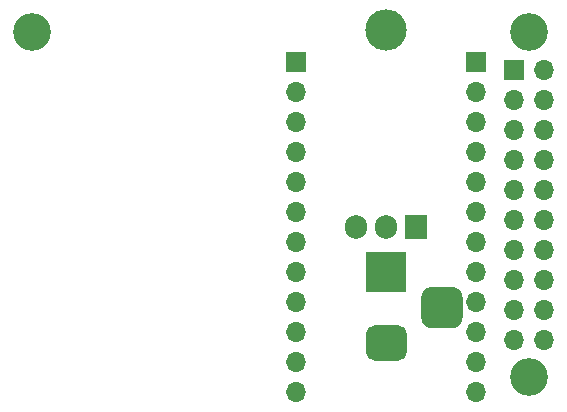
<source format=gbr>
%TF.GenerationSoftware,KiCad,Pcbnew,(5.1.9)-1*%
%TF.CreationDate,2021-08-18T17:12:04+10:00*%
%TF.ProjectId,i2c-master,6932632d-6d61-4737-9465-722e6b696361,rev?*%
%TF.SameCoordinates,Original*%
%TF.FileFunction,Soldermask,Bot*%
%TF.FilePolarity,Negative*%
%FSLAX46Y46*%
G04 Gerber Fmt 4.6, Leading zero omitted, Abs format (unit mm)*
G04 Created by KiCad (PCBNEW (5.1.9)-1) date 2021-08-18 17:12:04*
%MOMM*%
%LPD*%
G01*
G04 APERTURE LIST*
%ADD10O,1.700000X1.700000*%
%ADD11R,1.700000X1.700000*%
%ADD12C,3.200000*%
%ADD13O,1.905000X2.000000*%
%ADD14R,1.905000X2.000000*%
%ADD15O,3.500000X3.500000*%
%ADD16R,3.500000X3.500000*%
G04 APERTURE END LIST*
D10*
%TO.C,J12*%
X76835000Y-61595000D03*
X74295000Y-61595000D03*
X76835000Y-59055000D03*
X74295000Y-59055000D03*
X76835000Y-56515000D03*
X74295000Y-56515000D03*
X76835000Y-53975000D03*
X74295000Y-53975000D03*
X76835000Y-51435000D03*
X74295000Y-51435000D03*
X76835000Y-48895000D03*
X74295000Y-48895000D03*
X76835000Y-46355000D03*
X74295000Y-46355000D03*
X76835000Y-43815000D03*
X74295000Y-43815000D03*
X76835000Y-41275000D03*
X74295000Y-41275000D03*
X76835000Y-38735000D03*
D11*
X74295000Y-38735000D03*
%TD*%
D12*
%TO.C,H4*%
X75565000Y-64770000D03*
%TD*%
%TO.C,H2*%
X75565000Y-35560000D03*
%TD*%
%TO.C,H1*%
X33528000Y-35560000D03*
%TD*%
D13*
%TO.C,U1*%
X60960000Y-52070000D03*
X63500000Y-52070000D03*
D14*
X66040000Y-52070000D03*
D15*
X63500000Y-35410000D03*
%TD*%
%TO.C,J11*%
G36*
G01*
X69075000Y-60630000D02*
X67325000Y-60630000D01*
G75*
G02*
X66450000Y-59755000I0J875000D01*
G01*
X66450000Y-58005000D01*
G75*
G02*
X67325000Y-57130000I875000J0D01*
G01*
X69075000Y-57130000D01*
G75*
G02*
X69950000Y-58005000I0J-875000D01*
G01*
X69950000Y-59755000D01*
G75*
G02*
X69075000Y-60630000I-875000J0D01*
G01*
G37*
G36*
G01*
X64500000Y-63380000D02*
X62500000Y-63380000D01*
G75*
G02*
X61750000Y-62630000I0J750000D01*
G01*
X61750000Y-61130000D01*
G75*
G02*
X62500000Y-60380000I750000J0D01*
G01*
X64500000Y-60380000D01*
G75*
G02*
X65250000Y-61130000I0J-750000D01*
G01*
X65250000Y-62630000D01*
G75*
G02*
X64500000Y-63380000I-750000J0D01*
G01*
G37*
D16*
X63500000Y-55880000D03*
%TD*%
D10*
%TO.C,J6*%
X71120000Y-66040000D03*
X71120000Y-63500000D03*
X71120000Y-60960000D03*
X71120000Y-58420000D03*
X71120000Y-55880000D03*
X71120000Y-53340000D03*
X71120000Y-50800000D03*
X71120000Y-48260000D03*
X71120000Y-45720000D03*
X71120000Y-43180000D03*
X71120000Y-40640000D03*
D11*
X71120000Y-38100000D03*
%TD*%
D10*
%TO.C,J1*%
X55880000Y-66040000D03*
X55880000Y-63500000D03*
X55880000Y-60960000D03*
X55880000Y-58420000D03*
X55880000Y-55880000D03*
X55880000Y-53340000D03*
X55880000Y-50800000D03*
X55880000Y-48260000D03*
X55880000Y-45720000D03*
X55880000Y-43180000D03*
X55880000Y-40640000D03*
D11*
X55880000Y-38100000D03*
%TD*%
M02*

</source>
